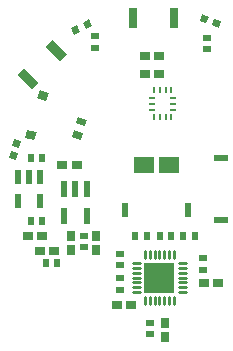
<source format=gtp>
G04 EAGLE Gerber RS-274X export*
G75*
%MOMM*%
%FSLAX34Y34*%
%LPD*%
%INSolderpaste Top*%
%IPPOS*%
%AMOC8*
5,1,8,0,0,1.08239X$1,22.5*%
G01*
%ADD10R,0.740000X0.925000*%
%ADD11R,0.925000X0.740000*%
%ADD12R,0.600000X0.700000*%
%ADD13R,0.700000X0.600000*%
%ADD14C,0.220000*%
%ADD15R,2.500000X2.500000*%
%ADD16R,1.200000X0.600000*%
%ADD17R,0.800000X1.700000*%
%ADD18R,0.800000X0.700000*%
%ADD19R,0.850000X0.600000*%
%ADD20R,0.609200X1.180100*%
%ADD21R,0.600000X0.600000*%
%ADD22R,0.250000X0.475000*%
%ADD23R,0.475000X0.250000*%
%ADD24R,0.558800X1.473200*%
%ADD25R,0.600000X1.200000*%
%ADD26R,1.660000X1.350000*%


D10*
X160020Y26320D03*
X160020Y14320D03*
D11*
X192882Y60452D03*
X204882Y60452D03*
X130714Y41910D03*
X118714Y41910D03*
D12*
X68500Y77470D03*
X58500Y77470D03*
D13*
X191770Y81200D03*
X191770Y71200D03*
D14*
X177399Y52770D02*
X171493Y52770D01*
X171493Y56770D02*
X177399Y56770D01*
X177399Y60770D02*
X171493Y60770D01*
X171493Y64770D02*
X177399Y64770D01*
X177399Y68770D02*
X171493Y68770D01*
X171493Y72770D02*
X177399Y72770D01*
X177399Y76770D02*
X171493Y76770D01*
X166940Y81323D02*
X166940Y87229D01*
X162940Y87229D02*
X162940Y81323D01*
X158940Y81323D02*
X158940Y87229D01*
X154940Y87229D02*
X154940Y81323D01*
X150940Y81323D02*
X150940Y87229D01*
X146940Y87229D02*
X146940Y81323D01*
X142940Y81323D02*
X142940Y87229D01*
X138387Y76770D02*
X132481Y76770D01*
X132481Y72770D02*
X138387Y72770D01*
X138387Y68770D02*
X132481Y68770D01*
X132481Y64770D02*
X138387Y64770D01*
X138387Y60770D02*
X132481Y60770D01*
X132481Y56770D02*
X138387Y56770D01*
X138387Y52770D02*
X132481Y52770D01*
X142940Y48217D02*
X142940Y42311D01*
X146940Y42311D02*
X146940Y48217D01*
X150940Y48217D02*
X150940Y42311D01*
X154940Y42311D02*
X154940Y48217D01*
X158940Y48217D02*
X158940Y42311D01*
X162940Y42311D02*
X162940Y48217D01*
X166940Y48217D02*
X166940Y42311D01*
D15*
X154940Y64770D03*
D16*
X207010Y113200D03*
X207010Y166200D03*
D17*
X166860Y284600D03*
X132860Y284600D03*
G36*
X58683Y260202D02*
X64340Y265859D01*
X76359Y253840D01*
X70702Y248183D01*
X58683Y260202D01*
G37*
G36*
X34641Y236160D02*
X40298Y241817D01*
X52317Y229798D01*
X46660Y224141D01*
X34641Y236160D01*
G37*
D18*
G36*
X59025Y214448D02*
X51376Y216787D01*
X53423Y223480D01*
X61072Y221141D01*
X59025Y214448D01*
G37*
G36*
X48792Y180977D02*
X41143Y183316D01*
X43190Y190009D01*
X50839Y187670D01*
X48792Y180977D01*
G37*
D19*
G36*
X92149Y192818D02*
X84021Y195303D01*
X85775Y201040D01*
X93903Y198555D01*
X92149Y192818D01*
G37*
G36*
X88640Y181343D02*
X80512Y183828D01*
X82266Y189565D01*
X90394Y187080D01*
X88640Y181343D01*
G37*
D20*
X53950Y149945D03*
X44450Y149945D03*
X34950Y149945D03*
X34950Y129455D03*
X53950Y129455D03*
D21*
G36*
X30488Y176346D02*
X32041Y182141D01*
X37836Y180588D01*
X36283Y174793D01*
X30488Y176346D01*
G37*
G36*
X27640Y165720D02*
X29193Y171515D01*
X34988Y169962D01*
X33435Y164167D01*
X27640Y165720D01*
G37*
G36*
X194745Y279976D02*
X189107Y282028D01*
X191159Y287666D01*
X196797Y285614D01*
X194745Y279976D01*
G37*
G36*
X205081Y276214D02*
X199443Y278266D01*
X201495Y283904D01*
X207133Y281852D01*
X205081Y276214D01*
G37*
D11*
X72740Y160020D03*
X84740Y160020D03*
X53690Y87630D03*
X65690Y87630D03*
D22*
X165120Y223575D03*
X160120Y223575D03*
X155120Y223575D03*
X150120Y223575D03*
D23*
X148495Y216950D03*
X148495Y211950D03*
X148495Y206950D03*
D22*
X150120Y200325D03*
X155120Y200325D03*
X160120Y200325D03*
X165120Y200325D03*
D23*
X166745Y206950D03*
X166745Y211950D03*
X166745Y216950D03*
D11*
X154590Y252730D03*
X142590Y252730D03*
X154590Y237490D03*
X142590Y237490D03*
D13*
X147320Y26590D03*
X147320Y16590D03*
D24*
X93320Y139446D03*
X83820Y139446D03*
X74320Y139446D03*
X74320Y117094D03*
X93320Y117094D03*
D10*
X101600Y99980D03*
X101600Y87980D03*
D11*
X43530Y100330D03*
X55530Y100330D03*
D13*
X90932Y100250D03*
X90932Y90250D03*
D10*
X80010Y99980D03*
X80010Y87980D03*
D12*
X55800Y113030D03*
X45800Y113030D03*
X45800Y166370D03*
X55800Y166370D03*
D21*
G36*
X87968Y273068D02*
X82576Y270438D01*
X79946Y275830D01*
X85338Y278460D01*
X87968Y273068D01*
G37*
G36*
X97854Y277890D02*
X92462Y275260D01*
X89832Y280652D01*
X95224Y283282D01*
X97854Y277890D01*
G37*
D13*
X195580Y267890D03*
X195580Y257890D03*
X100330Y269160D03*
X100330Y259160D03*
D12*
X185000Y100330D03*
X175000Y100330D03*
X155020Y100330D03*
X165020Y100330D03*
X144000Y100330D03*
X134000Y100330D03*
D13*
X121920Y85010D03*
X121920Y75010D03*
X121920Y54600D03*
X121920Y64600D03*
D25*
X178900Y121920D03*
X125900Y121920D03*
D26*
X162700Y160020D03*
X142100Y160020D03*
M02*

</source>
